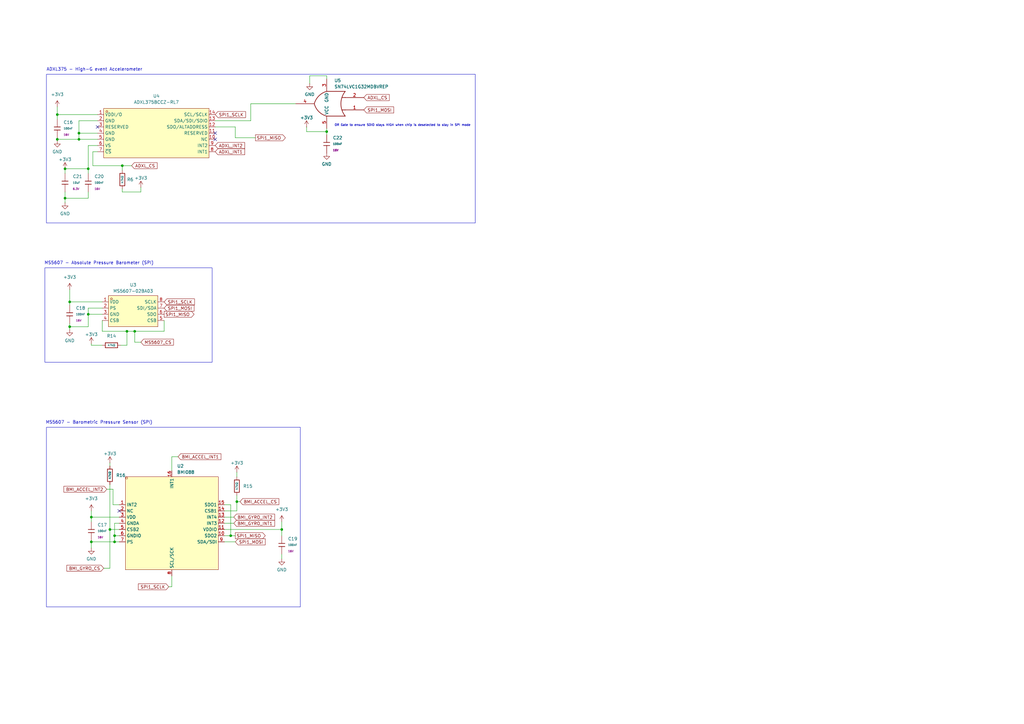
<source format=kicad_sch>
(kicad_sch (version 20250114) (generator "eeschema") (generator_version "9.0")
  (paper "A3")
  (lib_symbols
    (symbol "74xGxx:74LVC1G32"
      (property "Reference" "U" (at -5.08 7.62 0))
      (property "Value" "74LVC1G32" (at 7.62 -7.62 0))
      (symbol "74LVC1G32_0_1"
        (arc (start -7.62 5.08) (mid -5.838 0) (end -7.62 -5.08) (stroke (width 0.254)))
        (polyline (pts (xy -7.62 2.54) (xy -6.35 2.54)) (stroke (width 0.254)) (fill (type background)))
        (polyline (pts (xy -7.62 -2.54) (xy -6.35 -2.54)) (stroke (width 0.254)) (fill (type background)))
        (arc (start 5.08 0) (mid 3.202 -3.202) (end 0 -5.08) (stroke (width 0.254)))
        (arc (start 0 5.08) (mid 3.2271 3.2271) (end 5.08 0) (stroke (width 0.254)))
        (polyline (pts (xy 0 5.08) (xy -7.62 5.08)) (stroke (width 0.254)) (fill (type background)))
        (polyline (pts (xy 0 -5.08) (xy -7.62 -5.08)) (stroke (width 0.254)) (fill (type background)))
      )
      (symbol "74LVC1G32_1_1"
        (pin input line (at -15.24 2.54 0) (length 7.62) (name "~") (number "1"))
        (pin input line (at -15.24 -2.54 0) (length 7.62) (name "~") (number "2"))
        (pin power_in line (at 0 10.16 270) (length 5.08) (name "VCC") (number "5"))
        (pin power_in line (at 0 -10.16 90) (length 5.08) (name "GND") (number "3"))
        (pin output line (at 12.7 0 180) (length 7.62) (name "~") (number "4"))
      )
    )
    (symbol "EasyEDA:ADXL375BCCZ-RL7"
      (property "Reference" "U" (at 0 12.7 0))
      (property "Value" "ADXL375BCCZ-RL7" (at 0 -12.7 0))
      (symbol "ADXL375BCCZ-RL7_0_1"
        (rectangle (start -21.59 10.16) (end 21.59 -10.16) (fill (type background)))
        (circle (center -20.32 8.89) (radius 0.38))
        (pin unspecified line (at -24.13 7.62 0) (length 2.54) (name "VDDI/O") (number "1"))
        (pin unspecified line (at -24.13 5.08 0) (length 2.54) (name "GND") (number "2"))
        (pin unspecified line (at -24.13 2.54 0) (length 2.54) (name "RESERVED") (number "3"))
        (pin unspecified line (at -24.13 0 0) (length 2.54) (name "GND") (number "4"))
        (pin unspecified line (at -24.13 -2.54 0) (length 2.54) (name "GND") (number "5"))
        (pin unspecified line (at -24.13 -5.08 0) (length 2.54) (name "VS") (number "6"))
        (pin unspecified line (at -24.13 -7.62 0) (length 2.54) (name "~{CS}") (number "7"))
        (pin unspecified line (at 24.13 7.62 180) (length 2.54) (name "SCL/SCLK") (number "14"))
        (pin unspecified line (at 24.13 5.08 180) (length 2.54) (name "SDA/SDI/SDIO") (number "13"))
        (pin unspecified line (at 24.13 2.54 180) (length 2.54) (name "SDO/ALTADDRESS") (number "12"))
        (pin unspecified line (at 24.13 0 180) (length 2.54) (name "RESERVED") (number "11"))
        (pin unspecified line (at 24.13 -2.54 180) (length 2.54) (name "NC") (number "10"))
        (pin unspecified line (at 24.13 -5.08 180) (length 2.54) (name "INT2") (number "9"))
        (pin unspecified line (at 24.13 -7.62 180) (length 2.54) (name "INT1") (number "8"))
      )
    )
    (symbol "EasyEDA:BMI088"
      (property "Reference" "U" (at 0 26.67 0))
      (property "Value" "BMI088" (at 0 -26.67 0))
      (symbol "BMI088_0_1"
        (rectangle (start -19.05 19.05) (end 19.05 -19.05) (fill (type background)))
        (circle (center -18.54 18.54) (radius 0.38))
        (pin unspecified line (at -21.59 7.62 0) (length 2.54) (name "INT2") (number "1"))
        (pin unspecified line (at -21.59 5.08 0) (length 2.54) (name "NC") (number "2"))
        (pin unspecified line (at -21.59 2.54 0) (length 2.54) (name "VDD") (number "3"))
        (pin unspecified line (at -21.59 0 0) (length 2.54) (name "GNDA") (number "4"))
        (pin unspecified line (at -21.59 -2.54 0) (length 2.54) (name "CSB2") (number "5"))
        (pin unspecified line (at -21.59 -5.08 0) (length 2.54) (name "GNDIO") (number "6"))
        (pin unspecified line (at -21.59 -7.62 0) (length 2.54) (name "PS") (number "7"))
        (pin unspecified line (at 0 21.59 270) (length 2.54) (name "INT1") (number "16"))
        (pin unspecified line (at 0 -21.59 90) (length 2.54) (name "SCL/SCK") (number "8"))
        (pin unspecified line (at 21.59 7.62 180) (length 2.54) (name "SDO1") (number "15"))
        (pin unspecified line (at 21.59 5.08 180) (length 2.54) (name "CSB1") (number "14"))
        (pin unspecified line (at 21.59 2.54 180) (length 2.54) (name "INT4") (number "13"))
        (pin unspecified line (at 21.59 0 180) (length 2.54) (name "INT3") (number "12"))
        (pin unspecified line (at 21.59 -2.54 180) (length 2.54) (name "VDDIO") (number "11"))
        (pin unspecified line (at 21.59 -5.08 180) (length 2.54) (name "SDO2") (number "10"))
        (pin unspecified line (at 21.59 -7.62 180) (length 2.54) (name "SDA/SDI") (number "9"))
      )
    )
    (symbol "EasyEDA:MS5607-02BA03"
      (property "Reference" "U" (at 0 7.62 0))
      (property "Value" "MS5607-02BA03" (at 0 -10.16 0))
      (symbol "MS5607-02BA03_0_1"
        (rectangle (start -10.16 5.08) (end 10.16 -7.62) (fill (type background)))
        (circle (center -8.89 3.81) (radius 0.38))
        (pin unspecified line (at -12.7 2.54 0) (length 2.54) (name "VDD") (number "1"))
        (pin unspecified line (at -12.7 0 0) (length 2.54) (name "PS") (number "2"))
        (pin unspecified line (at -12.7 -2.54 0) (length 2.54) (name "GND") (number "3"))
        (pin unspecified line (at -12.7 -5.08 0) (length 2.54) (name "CSB") (number "4"))
        (pin unspecified line (at 12.7 2.54 180) (length 2.54) (name "SCLK") (number "8"))
        (pin unspecified line (at 12.7 0 180) (length 2.54) (name "SDI/SDA") (number "7"))
        (pin unspecified line (at 12.7 -2.54 180) (length 2.54) (name "SDO") (number "6"))
        (pin unspecified line (at 12.7 -5.08 180) (length 2.54) (name "CSB") (number "5"))
      )
    )
    (symbol "PCM_JLCPCB-Capacitors:0402,100nF" (pin_numbers (hide yes)) (pin_names (offset 0))
      (property "Reference" "C" (at 2.032 1.668 0))
      (property "Value" "100nF" (at 2.032 -0.3782 0))
      (property "Voltage Rated" "16V" (at 2.032 -2.0462 0))
      (symbol "0402,100nF_0_1"
        (polyline (pts (xy -1.27 0.635) (xy 1.27 0.635)) (stroke (width 0.254)))
        (polyline (pts (xy -1.27 -0.635) (xy 1.27 -0.635)) (stroke (width 0.254)))
      )
      (symbol "0402,100nF_1_1"
        (pin passive line (at 0 3.81 270) (length 3.175) (name "~") (number "1"))
        (pin passive line (at 0 -3.81 90) (length 3.175) (name "~") (number "2"))
      )
    )
    (symbol "PCM_JLCPCB-Capacitors:0402,10uF" (pin_numbers (hide yes)) (pin_names (offset 0))
      (property "Reference" "C" (at 2.032 1.668 0))
      (property "Value" "10uF" (at 2.032 -0.3782 0))
      (property "Voltage Rated" "6.3V" (at 2.032 -2.0462 0))
      (symbol "0402,10uF_0_1"
        (polyline (pts (xy -1.27 0.635) (xy 1.27 0.635)) (stroke (width 0.254)))
        (polyline (pts (xy -1.27 -0.635) (xy 1.27 -0.635)) (stroke (width 0.254)))
      )
      (symbol "0402,10uF_1_1"
        (pin passive line (at 0 3.81 270) (length 3.175) (name "~") (number "1"))
        (pin passive line (at 0 -3.81 90) (length 3.175) (name "~") (number "2"))
      )
    )
    (symbol "PCM_JLCPCB-Resistors:0402,47kΩ" (pin_numbers (hide yes)) (pin_names (offset 0))
      (property "Reference" "R" (at 1.778 0 0))
      (property "Value" "47kΩ" (at 0 0 90))
      (symbol "0402,47kΩ_0_1"
        (rectangle (start -1.016 2.54) (end 1.016 -2.54) (stroke (width 0.254)))
      )
      (symbol "0402,47kΩ_1_1"
        (pin passive line (at 0 3.81 270) (length 1.27) (name "~") (number "1"))
        (pin passive line (at 0 -3.81 90) (length 1.27) (name "~") (number "2"))
      )
    )
    (symbol "power:+3V3" (power) (pin_numbers (hide yes)) (pin_names (offset 0) (hide yes))
      (property "Value" "+3V3" (at 0 3.556 0))
      (symbol "+3V3_0_1"
        (polyline (pts (xy -0.762 1.27) (xy 0 2.54)))
        (polyline (pts (xy 0 2.54) (xy 0.762 1.27)))
        (polyline (pts (xy 0 0) (xy 0 2.54)))
      )
      (symbol "+3V3_1_1"
        (pin power_in line (at 0 0 90) (length 0) (name "~") (number "1"))
      )
    )
    (symbol "power:GND" (power) (pin_numbers (hide yes)) (pin_names (offset 0) (hide yes))
      (property "Value" "GND" (at 0 -3.81 0))
      (symbol "GND_0_1"
        (polyline (pts (xy 0 0) (xy 0 -1.27) (xy 1.27 -1.27) (xy 0 -2.54) (xy -1.27 -1.27) (xy 0 -1.27)))
      )
      (symbol "GND_1_1"
        (pin power_in line (at 0 0 270) (length 0) (name "~") (number "1"))
      )
    )
  )
  (rectangle (start 18.415 109.855) (end 86.995 148.59))
  (rectangle (start 19.05 175.26) (end 123.19 248.92))
  (rectangle (start 19.05 30.48) (end 194.945 91.44))
  (text "MS5607 - Absolute Pressure Barometer (SPI)" (at 40.64 107.95 0) (effects (font (size 1.27 1.27))))
  (text "OR Gate to ensure SDIO stays HIGH when chip is deselected to stay in SPI mode" (at 165.1 51.435 0) (effects (font (size 0.889 0.889))))
  (text "MS5607 - Barometric Pressure Sensor (SPI)" (at 40.64 173.355 0) (effects (font (size 1.27 1.27))))
  (text "ADXL375 - High-G event Accelerometer" (at 38.735 28.575 0) (effects (font (size 1.27 1.27))))
  (junction (at 97.155 205.74))
  (junction (at 45.085 217.17))
  (junction (at 37.465 222.25))
  (junction (at 23.495 57.15))
  (junction (at 32.385 57.15))
  (junction (at 23.495 46.99))
  (junction (at 52.07 135.89))
  (junction (at 28.575 123.825))
  (junction (at 50.165 67.945))
  (junction (at 115.57 217.17))
  (junction (at 36.195 69.215))
  (junction (at 28.575 133.985))
  (junction (at 133.985 53.975))
  (junction (at 26.67 69.215))
  (junction (at 55.245 135.89))
  (junction (at 46.99 222.25))
  (junction (at 46.99 219.71))
  (junction (at 37.465 212.09))
  (junction (at 94.615 219.71))
  (junction (at 26.67 81.28))
  (junction (at 36.195 128.905))
  (junction (at 32.385 54.61))
  (no_connect (at 48.895 209.55))
  (no_connect (at 88.265 57.15))
  (no_connect (at 88.265 54.61))
  (no_connect (at 40.005 52.07))
  (wire (pts (xy 50.165 69.85) (xy 50.165 67.945)))
  (wire (pts (xy 133.985 31.115) (xy 133.985 32.385)))
  (wire (pts (xy 115.57 227.33) (xy 115.57 229.235)))
  (wire (pts (xy 92.075 217.17) (xy 115.57 217.17)))
  (wire (pts (xy 37.465 222.25) (xy 46.99 222.25)))
  (wire (pts (xy 67.31 135.89) (xy 67.31 131.445)))
  (wire (pts (xy 48.895 222.25) (xy 46.99 222.25)))
  (wire (pts (xy 125.73 52.07) (xy 125.73 53.975)))
  (wire (pts (xy 38.1 67.945) (xy 38.1 62.23)))
  (wire (pts (xy 36.195 69.215) (xy 36.195 59.69)))
  (wire (pts (xy 36.195 71.12) (xy 36.195 69.215)))
  (wire (pts (xy 102.87 49.53) (xy 88.265 49.53)))
  (wire (pts (xy 133.985 53.975) (xy 133.985 55.245)))
  (wire (pts (xy 48.895 212.09) (xy 37.465 212.09)))
  (wire (pts (xy 23.495 57.785) (xy 23.495 57.15)))
  (wire (pts (xy 37.465 222.25) (xy 37.465 224.79)))
  (wire (pts (xy 26.67 69.215) (xy 36.195 69.215)))
  (wire (pts (xy 96.52 52.07) (xy 88.265 52.07)))
  (wire (pts (xy 45.085 198.755) (xy 45.085 217.17)))
  (wire (pts (xy 28.575 118.745) (xy 28.575 123.825)))
  (wire (pts (xy 46.99 214.63) (xy 46.99 219.71)))
  (wire (pts (xy 57.785 140.335) (xy 55.245 140.335)))
  (wire (pts (xy 37.465 212.09) (xy 37.465 209.55)))
  (wire (pts (xy 50.165 78.74) (xy 50.165 77.47)))
  (wire (pts (xy 46.355 207.01) (xy 46.355 200.66)))
  (wire (pts (xy 104.775 56.515) (xy 96.52 56.515)))
  (wire (pts (xy 45.085 233.045) (xy 42.545 233.045)))
  (wire (pts (xy 50.165 67.945) (xy 38.1 67.945)))
  (wire (pts (xy 115.57 213.995) (xy 115.57 217.17)))
  (wire (pts (xy 45.085 189.865) (xy 45.085 191.135)))
  (wire (pts (xy 127 31.115) (xy 133.985 31.115)))
  (wire (pts (xy 36.195 133.985) (xy 28.575 133.985)))
  (wire (pts (xy 37.465 212.09) (xy 37.465 213.995)))
  (wire (pts (xy 125.73 53.975) (xy 133.985 53.975)))
  (wire (pts (xy 32.385 49.53) (xy 32.385 54.61)))
  (wire (pts (xy 40.005 59.69) (xy 36.195 59.69)))
  (wire (pts (xy 57.785 76.835) (xy 57.785 78.74)))
  (wire (pts (xy 45.085 217.17) (xy 45.085 233.045)))
  (wire (pts (xy 70.485 236.22) (xy 70.485 240.665)))
  (wire (pts (xy 46.99 219.71) (xy 48.895 219.71)))
  (wire (pts (xy 28.575 133.985) (xy 28.575 135.255)))
  (wire (pts (xy 36.195 81.28) (xy 26.67 81.28)))
  (wire (pts (xy 70.485 187.325) (xy 70.485 193.04)))
  (wire (pts (xy 127 34.29) (xy 127 31.115)))
  (wire (pts (xy 102.87 42.545) (xy 121.285 42.545)))
  (wire (pts (xy 28.575 123.825) (xy 28.575 125.095)))
  (wire (pts (xy 92.075 212.09) (xy 95.885 212.09)))
  (wire (pts (xy 55.245 140.335) (xy 55.245 135.89)))
  (wire (pts (xy 37.465 140.97) (xy 37.465 141.605)))
  (wire (pts (xy 94.615 219.71) (xy 92.075 219.71)))
  (wire (pts (xy 41.91 135.89) (xy 52.07 135.89)))
  (wire (pts (xy 53.975 67.945) (xy 50.165 67.945)))
  (wire (pts (xy 36.195 78.74) (xy 36.195 81.28)))
  (wire (pts (xy 41.91 131.445) (xy 41.91 135.89)))
  (wire (pts (xy 23.495 57.15) (xy 32.385 57.15)))
  (wire (pts (xy 97.155 205.74) (xy 97.155 209.55)))
  (wire (pts (xy 52.07 135.89) (xy 52.07 141.605)))
  (wire (pts (xy 133.985 52.705) (xy 133.985 53.975)))
  (wire (pts (xy 57.785 78.74) (xy 50.165 78.74)))
  (wire (pts (xy 36.195 128.905) (xy 36.195 133.985)))
  (wire (pts (xy 41.91 123.825) (xy 28.575 123.825)))
  (wire (pts (xy 37.465 221.615) (xy 37.465 222.25)))
  (wire (pts (xy 49.53 141.605) (xy 52.07 141.605)))
  (wire (pts (xy 98.425 205.74) (xy 97.155 205.74)))
  (wire (pts (xy 97.155 203.2) (xy 97.155 205.74)))
  (wire (pts (xy 48.895 214.63) (xy 46.99 214.63)))
  (wire (pts (xy 48.895 217.17) (xy 45.085 217.17)))
  (wire (pts (xy 40.005 57.15) (xy 32.385 57.15)))
  (wire (pts (xy 26.67 81.28) (xy 26.67 83.185)))
  (wire (pts (xy 96.52 56.515) (xy 96.52 52.07)))
  (wire (pts (xy 102.87 42.545) (xy 102.87 49.53)))
  (wire (pts (xy 32.385 54.61) (xy 32.385 57.15)))
  (wire (pts (xy 97.155 209.55) (xy 92.075 209.55)))
  (wire (pts (xy 40.005 49.53) (xy 32.385 49.53)))
  (wire (pts (xy 36.195 126.365) (xy 36.195 128.905)))
  (wire (pts (xy 26.67 78.74) (xy 26.67 81.28)))
  (wire (pts (xy 97.155 193.675) (xy 97.155 195.58)))
  (wire (pts (xy 46.355 200.66) (xy 43.815 200.66)))
  (wire (pts (xy 96.52 219.71) (xy 94.615 219.71)))
  (wire (pts (xy 40.005 54.61) (xy 32.385 54.61)))
  (wire (pts (xy 92.075 214.63) (xy 95.885 214.63)))
  (wire (pts (xy 41.91 126.365) (xy 36.195 126.365)))
  (wire (pts (xy 52.07 135.89) (xy 55.245 135.89)))
  (wire (pts (xy 70.485 240.665) (xy 69.215 240.665)))
  (wire (pts (xy 94.615 207.01) (xy 94.615 219.71)))
  (wire (pts (xy 23.495 46.99) (xy 40.005 46.99)))
  (wire (pts (xy 38.1 62.23) (xy 40.005 62.23)))
  (wire (pts (xy 23.495 46.99) (xy 23.495 43.815)))
  (wire (pts (xy 23.495 56.515) (xy 23.495 57.15)))
  (wire (pts (xy 46.99 219.71) (xy 46.99 222.25)))
  (wire (pts (xy 23.495 48.895) (xy 23.495 46.99)))
  (wire (pts (xy 37.465 141.605) (xy 41.91 141.605)))
  (wire (pts (xy 92.075 207.01) (xy 94.615 207.01)))
  (wire (pts (xy 115.57 217.17) (xy 115.57 219.71)))
  (wire (pts (xy 48.895 207.01) (xy 46.355 207.01)))
  (wire (pts (xy 41.91 128.905) (xy 36.195 128.905)))
  (wire (pts (xy 55.245 135.89) (xy 67.31 135.89)))
  (wire (pts (xy 96.52 222.25) (xy 92.075 222.25)))
  (wire (pts (xy 26.67 69.215) (xy 26.67 71.12)))
  (wire (pts (xy 73.025 187.325) (xy 70.485 187.325)))
  (wire (pts (xy 28.575 132.715) (xy 28.575 133.985)))
  (global_label "SPI1_SCLK" (shape input) (at 67.31 123.825 0) (property "Intersheetrefs" "${INTERSHEET_REFS}" (effects (hide yes))))
  (global_label "MS5607_CS" (shape input) (at 57.785 140.335 0) (property "Intersheetrefs" "${INTERSHEET_REFS}" (effects (hide yes))))
  (global_label "ADXL_INT1" (shape input) (at 88.265 62.23 0) (property "Intersheetrefs" "${INTERSHEET_REFS}" (effects (hide yes))))
  (global_label "SPI1_MISO" (shape output) (at 104.775 56.515 0) (property "Intersheetrefs" "${INTERSHEET_REFS}" (effects (hide yes))))
  (global_label "BMI_GYRO_CS" (shape input) (at 42.545 233.045 180) (property "Intersheetrefs" "${INTERSHEET_REFS}" (effects (hide yes))))
  (global_label "BMI_GYRO_INT1" (shape input) (at 95.885 214.63 0) (property "Intersheetrefs" "${INTERSHEET_REFS}" (effects (hide yes))))
  (global_label "SPI1_SCLK" (shape input) (at 88.265 46.99 0) (property "Intersheetrefs" "${INTERSHEET_REFS}" (effects (hide yes))))
  (global_label "SPI1_MOSI" (shape input) (at 149.225 45.085 0) (property "Intersheetrefs" "${INTERSHEET_REFS}" (effects (hide yes))))
  (global_label "BMI_ACCEL_INT1" (shape input) (at 73.025 187.325 0) (property "Intersheetrefs" "${INTERSHEET_REFS}" (effects (hide yes))))
  (global_label "SPI1_MISO" (shape output) (at 67.31 128.905 0) (property "Intersheetrefs" "${INTERSHEET_REFS}" (effects (hide yes))))
  (global_label "SPI1_MISO" (shape output) (at 96.52 219.71 0) (property "Intersheetrefs" "${INTERSHEET_REFS}" (effects (hide yes))))
  (global_label "ADXL_CS" (shape input) (at 53.975 67.945 0) (property "Intersheetrefs" "${INTERSHEET_REFS}" (effects (hide yes))))
  (global_label "BMI_GYRO_INT2" (shape input) (at 95.885 212.09 0) (property "Intersheetrefs" "${INTERSHEET_REFS}" (effects (hide yes))))
  (global_label "ADXL_CS" (shape input) (at 149.225 40.005 0) (property "Intersheetrefs" "${INTERSHEET_REFS}" (effects (hide yes))))
  (global_label "BMI_ACCEL_INT2" (shape input) (at 43.815 200.66 180) (property "Intersheetrefs" "${INTERSHEET_REFS}" (effects (hide yes))))
  (global_label "SPI1_MOSI" (shape input) (at 67.31 126.365 0) (property "Intersheetrefs" "${INTERSHEET_REFS}" (effects (hide yes))))
  (global_label "BMI_ACCEL_CS" (shape input) (at 98.425 205.74 0) (property "Intersheetrefs" "${INTERSHEET_REFS}" (effects (hide yes))))
  (global_label "SPI1_MOSI" (shape input) (at 96.52 222.25 0) (property "Intersheetrefs" "${INTERSHEET_REFS}" (effects (hide yes))))
  (global_label "SPI1_SCLK" (shape input) (at 69.215 240.665 180) (property "Intersheetrefs" "${INTERSHEET_REFS}" (effects (hide yes))))
  (global_label "ADXL_INT2" (shape input) (at 88.265 59.69 0) (property "Intersheetrefs" "${INTERSHEET_REFS}" (effects (hide yes))))
  (symbol (lib_id "PCM_JLCPCB-Resistors:0402,47kΩ") (at 45.72 141.605 90) (unit 1)
    (property "Reference" "R14" (at 45.72 137.795 90))
    (property "Value" "47kΩ" (at 45.72 141.605 90) (effects (font (size 0.8 0.8))))
    (property "Footprint" "PCM_JLCPCB:R_0402" (effects (hide yes)))
    (property "Datasheet" "https://www.lcsc.com/datasheet/lcsc_datasheet_2206010100_UNI-ROYAL-Uniroyal-Elec-0402WGF4702TCE_C25792.pdf" (effects (hide yes)))
    (property "Description" "62.5mW Thick Film Resistors 50V ±100ppm/°C ±1% 47kΩ 0402 Chip Resistor - Surface Mount ROHS" (effects (hide yes)))
    (property "LCSC" "C25792" (effects (hide yes)))
    (property "Stock" "1745486" (effects (hide yes)))
    (property "Price" "0.004USD" (effects (hide yes)))
    (property "Process" "SMT" (effects (hide yes)))
    (property "Minimum Qty" "20" (effects (hide yes)))
    (property "Attrition Qty" "10" (effects (hide yes)))
    (property "Class" "Basic Component" (effects (hide yes)))
    (property "Category" "Resistors,Chip Resistor - Surface Mount" (effects (hide yes)))
    (property "Manufacturer" "UNI-ROYAL(Uniroyal Elec)" (effects (hide yes)))
    (property "Part" "0402WGF4702TCE" (effects (hide yes)))
    (property "Resistance" "47kΩ" (effects (hide yes)))
    (property "Power(Watts)" "62.5mW" (effects (hide yes)))
    (property "Type" "Thick Film Resistors" (effects (hide yes)))
    (property "Overload Voltage (Max)" "50V" (effects (hide yes)))
    (property "Operating Temperature Range" "-55°C~+155°C" (effects (hide yes)))
    (property "Tolerance" "±1%" (effects (hide yes)))
    (property "Temperature Coefficient" "±100ppm/°C" (effects (hide yes)))
  )
  (symbol (lib_id "power:+3V3") (at 97.155 193.675 0) (unit 1)
    (property "Reference" "#PWR043" (effects (hide yes)))
    (property "Value" "+3V3" (at 97.155 189.865 0))
    (property "Description" "Power symbol creates a global label with name \"+3V3\"" (effects (hide yes)))
  )
  (symbol (lib_id "PCM_JLCPCB-Capacitors:0402,100nF") (at 23.495 52.705 0) (unit 1)
    (property "Reference" "C16" (at 26.035 50.1649 0) (effects (justify left)))
    (property "Value" "100nF" (at 26.035 52.705 0) (effects (font (size 0.8 0.8)) (justify left)))
    (property "Footprint" "PCM_JLCPCB:C_0402" (effects (hide yes)))
    (property "Datasheet" "https://www.lcsc.com/datasheet/lcsc_datasheet_2304140030_Samsung-Electro-Mechanics-CL05B104KO5NNNC_C1525.pdf" (effects (hide yes)))
    (property "Description" "16V 100nF X7R ±10% 0402 Multilayer Ceramic Capacitors MLCC - SMD/SMT ROHS" (effects (hide yes)))
    (property "LCSC" "C1525" (effects (hide yes)))
    (property "Stock" "12931403" (effects (hide yes)))
    (property "Price" "0.004USD" (effects (hide yes)))
    (property "Process" "SMT" (effects (hide yes)))
    (property "Minimum Qty" "20" (effects (hide yes)))
    (property "Attrition Qty" "10" (effects (hide yes)))
    (property "Class" "Basic Component" (effects (hide yes)))
    (property "Category" "Capacitors,Multilayer Ceramic Capacitors MLCC - SMD/SMT" (effects (hide yes)))
    (property "Manufacturer" "Samsung Electro-Mechanics" (effects (hide yes)))
    (property "Part" "CL05B104KO5NNNC" (effects (hide yes)))
    (property "Voltage Rated" "16V" (at 26.035 55.245 0) (effects (font (size 0.8 0.8)) (justify left)))
    (property "Tolerance" "±10%" (effects (hide yes)))
    (property "Capacitance" "100nF" (effects (hide yes)))
    (property "Temperature Coefficient" "X7R" (effects (hide yes)))
  )
  (symbol (lib_id "PCM_JLCPCB-Capacitors:0402,100nF") (at 115.57 223.52 0) (unit 1)
    (property "Reference" "C19" (at 118.11 220.9799 0) (effects (justify left)))
    (property "Value" "100nF" (at 118.11 223.52 0) (effects (font (size 0.8 0.8)) (justify left)))
    (property "Footprint" "PCM_JLCPCB:C_0402" (effects (hide yes)))
    (property "Datasheet" "https://www.lcsc.com/datasheet/lcsc_datasheet_2304140030_Samsung-Electro-Mechanics-CL05B104KO5NNNC_C1525.pdf" (effects (hide yes)))
    (property "Description" "16V 100nF X7R ±10% 0402 Multilayer Ceramic Capacitors MLCC - SMD/SMT ROHS" (effects (hide yes)))
    (property "LCSC" "C1525" (effects (hide yes)))
    (property "Stock" "12931403" (effects (hide yes)))
    (property "Price" "0.004USD" (effects (hide yes)))
    (property "Process" "SMT" (effects (hide yes)))
    (property "Minimum Qty" "20" (effects (hide yes)))
    (property "Attrition Qty" "10" (effects (hide yes)))
    (property "Class" "Basic Component" (effects (hide yes)))
    (property "Category" "Capacitors,Multilayer Ceramic Capacitors MLCC - SMD/SMT" (effects (hide yes)))
    (property "Manufacturer" "Samsung Electro-Mechanics" (effects (hide yes)))
    (property "Part" "CL05B104KO5NNNC" (effects (hide yes)))
    (property "Voltage Rated" "16V" (at 118.11 226.06 0) (effects (font (size 0.8 0.8)) (justify left)))
    (property "Tolerance" "±10%" (effects (hide yes)))
    (property "Capacitance" "100nF" (effects (hide yes)))
    (property "Temperature Coefficient" "X7R" (effects (hide yes)))
  )
  (symbol (lib_id "power:GND") (at 127 34.29 0) (unit 1)
    (property "Reference" "#PWR040" (effects (hide yes)))
    (property "Value" "GND" (at 127 38.735 0))
    (property "Description" "Power symbol creates a global label with name \"GND\" , ground" (effects (hide yes)))
  )
  (symbol (lib_id "EasyEDA:MS5607-02BA03") (at 54.61 126.365 0) (unit 1)
    (property "Reference" "U3" (at 54.61 116.84 0))
    (property "Value" "MS5607-02BA03" (at 54.61 119.38 0))
    (property "Footprint" "EasyEDA:SENSOR-SMD_MS560702BA03-50" (effects (hide yes)))
    (property "LCSC Part" "C9900023641" (effects (hide yes)))
  )
  (symbol (lib_id "PCM_JLCPCB-Resistors:0402,47kΩ") (at 50.165 73.66 0) (unit 1)
    (property "Reference" "R6" (at 52.07 73.6599 0) (effects (justify left)))
    (property "Value" "47kΩ" (at 50.165 73.66 90) (effects (font (size 0.8 0.8))))
    (property "Footprint" "PCM_JLCPCB:R_0402" (effects (hide yes)))
    (property "Datasheet" "https://www.lcsc.com/datasheet/lcsc_datasheet_2206010100_UNI-ROYAL-Uniroyal-Elec-0402WGF4702TCE_C25792.pdf" (effects (hide yes)))
    (property "Description" "62.5mW Thick Film Resistors 50V ±100ppm/°C ±1% 47kΩ 0402 Chip Resistor - Surface Mount ROHS" (effects (hide yes)))
    (property "LCSC" "C25792" (effects (hide yes)))
    (property "Stock" "1745486" (effects (hide yes)))
    (property "Price" "0.004USD" (effects (hide yes)))
    (property "Process" "SMT" (effects (hide yes)))
    (property "Minimum Qty" "20" (effects (hide yes)))
    (property "Attrition Qty" "10" (effects (hide yes)))
    (property "Class" "Basic Component" (effects (hide yes)))
    (property "Category" "Resistors,Chip Resistor - Surface Mount" (effects (hide yes)))
    (property "Manufacturer" "UNI-ROYAL(Uniroyal Elec)" (effects (hide yes)))
    (property "Part" "0402WGF4702TCE" (effects (hide yes)))
    (property "Resistance" "47kΩ" (effects (hide yes)))
    (property "Power(Watts)" "62.5mW" (effects (hide yes)))
    (property "Type" "Thick Film Resistors" (effects (hide yes)))
    (property "Overload Voltage (Max)" "50V" (effects (hide yes)))
    (property "Operating Temperature Range" "-55°C~+155°C" (effects (hide yes)))
    (property "Tolerance" "±1%" (effects (hide yes)))
    (property "Temperature Coefficient" "±100ppm/°C" (effects (hide yes)))
  )
  (symbol (lib_id "power:GND") (at 115.57 229.235 0) (unit 1)
    (property "Reference" "#PWR035" (effects (hide yes)))
    (property "Value" "GND" (at 115.57 233.68 0))
    (property "Description" "Power symbol creates a global label with name \"GND\" , ground" (effects (hide yes)))
  )
  (symbol (lib_id "PCM_JLCPCB-Capacitors:0402,100nF") (at 37.465 217.805 0) (unit 1)
    (property "Reference" "C17" (at 40.005 215.2649 0) (effects (justify left)))
    (property "Value" "100nF" (at 40.005 217.805 0) (effects (font (size 0.8 0.8)) (justify left)))
    (property "Footprint" "PCM_JLCPCB:C_0402" (effects (hide yes)))
    (property "Datasheet" "https://www.lcsc.com/datasheet/lcsc_datasheet_2304140030_Samsung-Electro-Mechanics-CL05B104KO5NNNC_C1525.pdf" (effects (hide yes)))
    (property "Description" "16V 100nF X7R ±10% 0402 Multilayer Ceramic Capacitors MLCC - SMD/SMT ROHS" (effects (hide yes)))
    (property "LCSC" "C1525" (effects (hide yes)))
    (property "Stock" "12931403" (effects (hide yes)))
    (property "Price" "0.004USD" (effects (hide yes)))
    (property "Process" "SMT" (effects (hide yes)))
    (property "Minimum Qty" "20" (effects (hide yes)))
    (property "Attrition Qty" "10" (effects (hide yes)))
    (property "Class" "Basic Component" (effects (hide yes)))
    (property "Category" "Capacitors,Multilayer Ceramic Capacitors MLCC - SMD/SMT" (effects (hide yes)))
    (property "Manufacturer" "Samsung Electro-Mechanics" (effects (hide yes)))
    (property "Part" "CL05B104KO5NNNC" (effects (hide yes)))
    (property "Voltage Rated" "16V" (at 40.005 220.345 0) (effects (font (size 0.8 0.8)) (justify left)))
    (property "Tolerance" "±10%" (effects (hide yes)))
    (property "Capacitance" "100nF" (effects (hide yes)))
    (property "Temperature Coefficient" "X7R" (effects (hide yes)))
  )
  (symbol (lib_id "PCM_JLCPCB-Resistors:0402,47kΩ") (at 97.155 199.39 180) (unit 1)
    (property "Reference" "R15" (at 99.695 199.3899 0) (effects (justify right)))
    (property "Value" "47kΩ" (at 97.155 199.39 90) (effects (font (size 0.8 0.8))))
    (property "Footprint" "PCM_JLCPCB:R_0402" (effects (hide yes)))
    (property "Datasheet" "https://www.lcsc.com/datasheet/lcsc_datasheet_2206010100_UNI-ROYAL-Uniroyal-Elec-0402WGF4702TCE_C25792.pdf" (effects (hide yes)))
    (property "Description" "62.5mW Thick Film Resistors 50V ±100ppm/°C ±1% 47kΩ 0402 Chip Resistor - Surface Mount ROHS" (effects (hide yes)))
    (property "LCSC" "C25792" (effects (hide yes)))
    (property "Stock" "1745486" (effects (hide yes)))
    (property "Price" "0.004USD" (effects (hide yes)))
    (property "Process" "SMT" (effects (hide yes)))
    (property "Minimum Qty" "20" (effects (hide yes)))
    (property "Attrition Qty" "10" (effects (hide yes)))
    (property "Class" "Basic Component" (effects (hide yes)))
    (property "Category" "Resistors,Chip Resistor - Surface Mount" (effects (hide yes)))
    (property "Manufacturer" "UNI-ROYAL(Uniroyal Elec)" (effects (hide yes)))
    (property "Part" "0402WGF4702TCE" (effects (hide yes)))
    (property "Resistance" "47kΩ" (effects (hide yes)))
    (property "Power(Watts)" "62.5mW" (effects (hide yes)))
    (property "Type" "Thick Film Resistors" (effects (hide yes)))
    (property "Overload Voltage (Max)" "50V" (effects (hide yes)))
    (property "Operating Temperature Range" "-55°C~+155°C" (effects (hide yes)))
    (property "Tolerance" "±1%" (effects (hide yes)))
    (property "Temperature Coefficient" "±100ppm/°C" (effects (hide yes)))
  )
  (symbol (lib_id "power:GND") (at 37.465 224.79 0) (unit 1)
    (property "Reference" "#PWR030" (effects (hide yes)))
    (property "Value" "GND" (at 37.465 229.235 0))
    (property "Description" "Power symbol creates a global label with name \"GND\" , ground" (effects (hide yes)))
  )
  (symbol (lib_id "power:+3V3") (at 23.495 43.815 0) (unit 1)
    (property "Reference" "#PWR031" (effects (hide yes)))
    (property "Value" "+3V3" (at 23.495 38.735 0))
    (property "Description" "Power symbol creates a global label with name \"+3V3\"" (effects (hide yes)))
  )
  (symbol (lib_id "power:+3V3") (at 45.085 189.865 0) (unit 1)
    (property "Reference" "#PWR044" (effects (hide yes)))
    (property "Value" "+3V3" (at 45.085 186.055 0))
    (property "Description" "Power symbol creates a global label with name \"+3V3\"" (effects (hide yes)))
  )
  (symbol (lib_id "power:+3V3") (at 37.465 209.55 0) (unit 1)
    (property "Reference" "#PWR029" (effects (hide yes)))
    (property "Value" "+3V3" (at 37.465 204.47 0))
    (property "Description" "Power symbol creates a global label with name \"+3V3\"" (effects (hide yes)))
  )
  (symbol (lib_id "EasyEDA:ADXL375BCCZ-RL7") (at 64.135 54.61 0) (unit 1)
    (property "Reference" "U4" (at 64.135 39.37 0))
    (property "Value" "ADXL375BCCZ-RL7" (at 64.135 41.91 0))
    (property "Footprint" "EasyEDA:LGA-14_L5.0-W3.0-P0.80-BL" (effects (hide yes)))
    (property "Datasheet" "https://lcsc.com/product-detail/New-Arrivals_Analog-Devices-ADI-ADXL375BCCZ-RL7_C481898.html" (effects (hide yes)))
    (property "LCSC Part" "C481898" (effects (hide yes)))
  )
  (symbol (lib_id "74xGxx:74LVC1G32") (at 133.985 42.545 180) (unit 1)
    (property "Reference" "U5" (at 137.1031 33.02 0) (effects (justify right)))
    (property "Value" "SN74LVC1G32MDBVREP" (at 137.1031 35.56 0) (effects (justify right)))
    (property "Footprint" "ORGATE:DBV5" (effects (hide yes)))
    (property "Datasheet" "http://www.ti.com/lit/sg/scyt129e/scyt129e.pdf" (effects (hide yes)))
    (property "Description" "Single OR Gate, Low-Voltage CMOS" (effects (hide yes)))
  )
  (symbol (lib_id "power:+3V3") (at 28.575 118.745 0) (unit 1)
    (property "Reference" "#PWR032" (effects (hide yes)))
    (property "Value" "+3V3" (at 28.575 113.665 0))
    (property "Description" "Power symbol creates a global label with name \"+3V3\"" (effects (hide yes)))
  )
  (symbol (lib_id "power:+3V3") (at 37.465 140.97 0) (unit 1)
    (property "Reference" "#PWR042" (effects (hide yes)))
    (property "Value" "+3V3" (at 37.465 137.16 0))
    (property "Description" "Power symbol creates a global label with name \"+3V3\"" (effects (hide yes)))
  )
  (symbol (lib_id "power:+3V3") (at 26.67 69.215 0) (unit 1)
    (property "Reference" "#PWR037" (effects (hide yes)))
    (property "Value" "+3V3" (at 26.67 65.405 0))
    (property "Description" "Power symbol creates a global label with name \"+3V3\"" (effects (hide yes)))
  )
  (symbol (lib_id "PCM_JLCPCB-Capacitors:0402,100nF") (at 133.985 59.055 0) (unit 1)
    (property "Reference" "C22" (at 136.525 56.5149 0) (effects (justify left)))
    (property "Value" "100nF" (at 136.525 59.055 0) (effects (font (size 0.8 0.8)) (justify left)))
    (property "Footprint" "PCM_JLCPCB:C_0402" (effects (hide yes)))
    (property "Datasheet" "https://www.lcsc.com/datasheet/lcsc_datasheet_2304140030_Samsung-Electro-Mechanics-CL05B104KO5NNNC_C1525.pdf" (effects (hide yes)))
    (property "Description" "16V 100nF X7R ±10% 0402 Multilayer Ceramic Capacitors MLCC - SMD/SMT ROHS" (effects (hide yes)))
    (property "LCSC" "C1525" (effects (hide yes)))
    (property "Stock" "12931403" (effects (hide yes)))
    (property "Price" "0.004USD" (effects (hide yes)))
    (property "Process" "SMT" (effects (hide yes)))
    (property "Minimum Qty" "20" (effects (hide yes)))
    (property "Attrition Qty" "10" (effects (hide yes)))
    (property "Class" "Basic Component" (effects (hide yes)))
    (property "Category" "Capacitors,Multilayer Ceramic Capacitors MLCC - SMD/SMT" (effects (hide yes)))
    (property "Manufacturer" "Samsung Electro-Mechanics" (effects (hide yes)))
    (property "Part" "CL05B104KO5NNNC" (effects (hide yes)))
    (property "Voltage Rated" "16V" (at 136.525 61.595 0) (effects (font (size 0.8 0.8)) (justify left)))
    (property "Tolerance" "±10%" (effects (hide yes)))
    (property "Capacitance" "100nF" (effects (hide yes)))
    (property "Temperature Coefficient" "X7R" (effects (hide yes)))
  )
  (symbol (lib_id "power:GND") (at 133.985 62.865 0) (unit 1)
    (property "Reference" "#PWR038" (effects (hide yes)))
    (property "Value" "GND" (at 133.985 67.31 0))
    (property "Description" "Power symbol creates a global label with name \"GND\" , ground" (effects (hide yes)))
  )
  (symbol (lib_id "power:GND") (at 26.67 83.185 0) (unit 1)
    (property "Reference" "#PWR036" (effects (hide yes)))
    (property "Value" "GND" (at 26.67 87.63 0))
    (property "Description" "Power symbol creates a global label with name \"GND\" , ground" (effects (hide yes)))
  )
  (symbol (lib_id "power:GND") (at 28.575 135.255 0) (unit 1)
    (property "Reference" "#PWR033" (effects (hide yes)))
    (property "Value" "GND" (at 28.575 139.7 0))
    (property "Description" "Power symbol creates a global label with name \"GND\" , ground" (effects (hide yes)))
  )
  (symbol (lib_id "power:GND") (at 23.495 57.785 0) (unit 1)
    (property "Reference" "#PWR028" (effects (hide yes)))
    (property "Value" "GND" (at 23.495 62.23 0))
    (property "Description" "Power symbol creates a global label with name \"GND\" , ground" (effects (hide yes)))
  )
  (symbol (lib_id "PCM_JLCPCB-Capacitors:0402,100nF") (at 28.575 128.905 0) (unit 1)
    (property "Reference" "C18" (at 31.115 126.3649 0) (effects (justify left)))
    (property "Value" "100nF" (at 31.115 128.905 0) (effects (font (size 0.8 0.8)) (justify left)))
    (property "Footprint" "PCM_JLCPCB:C_0402" (effects (hide yes)))
    (property "Datasheet" "https://www.lcsc.com/datasheet/lcsc_datasheet_2304140030_Samsung-Electro-Mechanics-CL05B104KO5NNNC_C1525.pdf" (effects (hide yes)))
    (property "Description" "16V 100nF X7R ±10% 0402 Multilayer Ceramic Capacitors MLCC - SMD/SMT ROHS" (effects (hide yes)))
    (property "LCSC" "C1525" (effects (hide yes)))
    (property "Stock" "12931403" (effects (hide yes)))
    (property "Price" "0.004USD" (effects (hide yes)))
    (property "Process" "SMT" (effects (hide yes)))
    (property "Minimum Qty" "20" (effects (hide yes)))
    (property "Attrition Qty" "10" (effects (hide yes)))
    (property "Class" "Basic Component" (effects (hide yes)))
    (property "Category" "Capacitors,Multilayer Ceramic Capacitors MLCC - SMD/SMT" (effects (hide yes)))
    (property "Manufacturer" "Samsung Electro-Mechanics" (effects (hide yes)))
    (property "Part" "CL05B104KO5NNNC" (effects (hide yes)))
    (property "Voltage Rated" "16V" (at 31.115 131.445 0) (effects (font (size 0.8 0.8)) (justify left)))
    (property "Tolerance" "±10%" (effects (hide yes)))
    (property "Capacitance" "100nF" (effects (hide yes)))
    (property "Temperature Coefficient" "X7R" (effects (hide yes)))
  )
  (symbol (lib_id "PCM_JLCPCB-Resistors:0402,47kΩ") (at 45.085 194.945 180) (unit 1)
    (property "Reference" "R16" (at 47.625 194.9449 0) (effects (justify right)))
    (property "Value" "47kΩ" (at 45.085 194.945 90) (effects (font (size 0.8 0.8))))
    (property "Footprint" "PCM_JLCPCB:R_0402" (effects (hide yes)))
    (property "Datasheet" "https://www.lcsc.com/datasheet/lcsc_datasheet_2206010100_UNI-ROYAL-Uniroyal-Elec-0402WGF4702TCE_C25792.pdf" (effects (hide yes)))
    (property "Description" "62.5mW Thick Film Resistors 50V ±100ppm/°C ±1% 47kΩ 0402 Chip Resistor - Surface Mount ROHS" (effects (hide yes)))
    (property "LCSC" "C25792" (effects (hide yes)))
    (property "Stock" "1745486" (effects (hide yes)))
    (property "Price" "0.004USD" (effects (hide yes)))
    (property "Process" "SMT" (effects (hide yes)))
    (property "Minimum Qty" "20" (effects (hide yes)))
    (property "Attrition Qty" "10" (effects (hide yes)))
    (property "Class" "Basic Component" (effects (hide yes)))
    (property "Category" "Resistors,Chip Resistor - Surface Mount" (effects (hide yes)))
    (property "Manufacturer" "UNI-ROYAL(Uniroyal Elec)" (effects (hide yes)))
    (property "Part" "0402WGF4702TCE" (effects (hide yes)))
    (property "Resistance" "47kΩ" (effects (hide yes)))
    (property "Power(Watts)" "62.5mW" (effects (hide yes)))
    (property "Type" "Thick Film Resistors" (effects (hide yes)))
    (property "Overload Voltage (Max)" "50V" (effects (hide yes)))
    (property "Operating Temperature Range" "-55°C~+155°C" (effects (hide yes)))
    (property "Tolerance" "±1%" (effects (hide yes)))
    (property "Temperature Coefficient" "±100ppm/°C" (effects (hide yes)))
  )
  (symbol (lib_id "PCM_JLCPCB-Capacitors:0402,10uF") (at 26.67 74.93 0) (unit 1)
    (property "Reference" "C21" (at 29.845 72.3899 0) (effects (justify left)))
    (property "Value" "10uF" (at 29.845 74.93 0) (effects (font (size 0.8 0.8)) (justify left)))
    (property "Footprint" "PCM_JLCPCB:C_0402" (effects (hide yes)))
    (property "Datasheet" "https://www.lcsc.com/datasheet/lcsc_datasheet_2208231630_Samsung-Electro-Mechanics-CL05A106MQ5NUNC_C15525.pdf" (effects (hide yes)))
    (property "Description" "6.3V 10uF X5R ±20% 0402 Multilayer Ceramic Capacitors MLCC - SMD/SMT ROHS" (effects (hide yes)))
    (property "LCSC" "C15525" (effects (hide yes)))
    (property "Stock" "2048985" (effects (hide yes)))
    (property "Price" "0.007USD" (effects (hide yes)))
    (property "Process" "SMT" (effects (hide yes)))
    (property "Minimum Qty" "20" (effects (hide yes)))
    (property "Attrition Qty" "10" (effects (hide yes)))
    (property "Class" "Basic Component" (effects (hide yes)))
    (property "Category" "Capacitors,Multilayer Ceramic Capacitors MLCC - SMD/SMT" (effects (hide yes)))
    (property "Manufacturer" "Samsung Electro-Mechanics" (effects (hide yes)))
    (property "Part" "CL05A106MQ5NUNC" (effects (hide yes)))
    (property "Voltage Rated" "6.3V" (at 29.845 77.47 0) (effects (font (size 0.8 0.8)) (justify left)))
    (property "Tolerance" "±20%" (effects (hide yes)))
    (property "Capacitance" "10uF" (effects (hide yes)))
    (property "Temperature Coefficient" "X5R" (effects (hide yes)))
  )
  (symbol (lib_id "EasyEDA:BMI088") (at 70.485 214.63 0) (unit 1)
    (property "Reference" "U2" (at 72.6283 191.135 0) (effects (justify left)))
    (property "Value" "BMI088" (at 72.6283 193.675 0) (effects (justify left)))
    (property "Footprint" "EasyEDA:LGA-16_L4.5-W3.0-P0.50-BL" (effects (hide yes)))
    (property "Datasheet" "https://lcsc.com/product-detail/Others_Bosch-Sensortec_BMI088_Bosch-Sensortec-BMI088_C194919.html" (effects (hide yes)))
    (property "LCSC Part" "C194919" (effects (hide yes)))
  )
  (symbol (lib_id "power:+3V3") (at 115.57 213.995 0) (unit 1)
    (property "Reference" "#PWR034" (effects (hide yes)))
    (property "Value" "+3V3" (at 115.57 208.915 0))
    (property "Description" "Power symbol creates a global label with name \"+3V3\"" (effects (hide yes)))
  )
  (symbol (lib_id "power:+3V3") (at 57.785 76.835 0) (unit 1)
    (property "Reference" "#PWR041" (effects (hide yes)))
    (property "Value" "+3V3" (at 57.785 73.025 0))
    (property "Description" "Power symbol creates a global label with name \"+3V3\"" (effects (hide yes)))
  )
  (symbol (lib_id "power:+3V3") (at 125.73 52.07 0) (unit 1)
    (property "Reference" "#PWR039" (effects (hide yes)))
    (property "Value" "+3V3" (at 125.73 48.26 0))
    (property "Description" "Power symbol creates a global label with name \"+3V3\"" (effects (hide yes)))
  )
  (symbol (lib_id "PCM_JLCPCB-Capacitors:0402,100nF") (at 36.195 74.93 0) (unit 1)
    (property "Reference" "C20" (at 38.735 72.3899 0) (effects (justify left)))
    (property "Value" "100nF" (at 38.735 74.93 0) (effects (font (size 0.8 0.8)) (justify left)))
    (property "Footprint" "PCM_JLCPCB:C_0402" (effects (hide yes)))
    (property "Datasheet" "https://www.lcsc.com/datasheet/lcsc_datasheet_2304140030_Samsung-Electro-Mechanics-CL05B104KO5NNNC_C1525.pdf" (effects (hide yes)))
    (property "Description" "16V 100nF X7R ±10% 0402 Multilayer Ceramic Capacitors MLCC - SMD/SMT ROHS" (effects (hide yes)))
    (property "LCSC" "C1525" (effects (hide yes)))
    (property "Stock" "12931403" (effects (hide yes)))
    (property "Price" "0.004USD" (effects (hide yes)))
    (property "Process" "SMT" (effects (hide yes)))
    (property "Minimum Qty" "20" (effects (hide yes)))
    (property "Attrition Qty" "10" (effects (hide yes)))
    (property "Class" "Basic Component" (effects (hide yes)))
    (property "Category" "Capacitors,Multilayer Ceramic Capacitors MLCC - SMD/SMT" (effects (hide yes)))
    (property "Manufacturer" "Samsung Electro-Mechanics" (effects (hide yes)))
    (property "Part" "CL05B104KO5NNNC" (effects (hide yes)))
    (property "Voltage Rated" "16V" (at 38.735 77.47 0) (effects (font (size 0.8 0.8)) (justify left)))
    (property "Tolerance" "±10%" (effects (hide yes)))
    (property "Capacitance" "100nF" (effects (hide yes)))
    (property "Temperature Coefficient" "X7R" (effects (hide yes)))
  )
)
</source>
